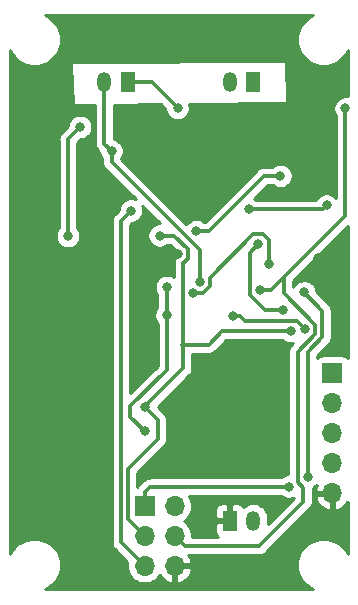
<source format=gbr>
G04 #@! TF.GenerationSoftware,KiCad,Pcbnew,(5.1.5)-3*
G04 #@! TF.CreationDate,2020-04-29T15:43:12+01:00*
G04 #@! TF.ProjectId,v4,76342e6b-6963-4616-945f-706362585858,rev?*
G04 #@! TF.SameCoordinates,Original*
G04 #@! TF.FileFunction,Copper,L2,Bot*
G04 #@! TF.FilePolarity,Positive*
%FSLAX46Y46*%
G04 Gerber Fmt 4.6, Leading zero omitted, Abs format (unit mm)*
G04 Created by KiCad (PCBNEW (5.1.5)-3) date 2020-04-29 15:43:12*
%MOMM*%
%LPD*%
G04 APERTURE LIST*
%ADD10R,1.200000X1.700000*%
%ADD11O,1.200000X1.700000*%
%ADD12R,1.700000X1.700000*%
%ADD13O,1.700000X1.700000*%
%ADD14C,0.800000*%
%ADD15C,0.300000*%
%ADD16C,0.254000*%
G04 APERTURE END LIST*
D10*
X123217600Y-54387600D03*
D11*
X121217600Y-54387600D03*
D12*
X129917600Y-78987600D03*
D13*
X129917600Y-81527600D03*
X129917600Y-84067600D03*
X129917600Y-86607600D03*
X129917600Y-89147600D03*
D12*
X114017600Y-90237600D03*
D13*
X116557600Y-90237600D03*
X114017600Y-92777600D03*
X116557600Y-92777600D03*
X114017600Y-95317600D03*
X116557600Y-95317600D03*
D10*
X121217600Y-91487600D03*
D11*
X123217600Y-91487600D03*
D10*
X112617600Y-54387600D03*
D11*
X110617600Y-54387600D03*
D14*
X119817600Y-51587600D03*
X119817600Y-49187600D03*
X112917600Y-50437610D03*
X113934889Y-50409368D03*
X111017600Y-67687600D03*
X109817600Y-67687600D03*
X105417600Y-89987600D03*
X106517600Y-89987600D03*
X110217600Y-96387600D03*
X111317600Y-96387600D03*
X125417600Y-86287600D03*
X125417600Y-87387600D03*
X128717600Y-69287600D03*
X128717600Y-70487600D03*
X121755525Y-63266240D03*
X127017600Y-63187600D03*
X109817600Y-68787600D03*
X111017600Y-68787600D03*
X103917600Y-67687600D03*
X105117600Y-67687600D03*
X113317600Y-72787600D03*
X117287772Y-65254798D03*
X114187550Y-72917650D03*
X130517634Y-74939699D03*
X112117600Y-58662600D03*
X116817600Y-68887600D03*
X111217600Y-60187600D03*
X118668648Y-71238648D03*
X116817590Y-56553279D03*
X107517600Y-67387598D03*
X108567600Y-58137600D03*
X125517600Y-62287600D03*
X127617600Y-75287600D03*
X121517604Y-74187600D03*
X115877103Y-74097241D03*
X115917600Y-71687600D03*
X118408132Y-66962306D03*
X114017600Y-83887600D03*
X124517600Y-69787600D03*
X118158746Y-72213341D03*
X122817533Y-65137590D03*
X129425452Y-64795296D03*
X123617600Y-68087600D03*
X125767610Y-73687600D03*
X112867589Y-65237589D03*
X131017600Y-56587600D03*
X123759203Y-71987611D03*
X127524287Y-72149244D03*
X126223665Y-88606799D03*
X127817600Y-87787600D03*
X126414253Y-75437610D03*
X114017596Y-81837596D03*
X115292377Y-67348877D03*
D15*
X110617600Y-59587600D02*
X111217600Y-60187600D01*
X110617600Y-54387600D02*
X110617600Y-59587600D01*
X118668648Y-68580903D02*
X118668648Y-71238648D01*
X111217600Y-61129855D02*
X118668648Y-68580903D01*
X111217600Y-60187600D02*
X111217600Y-61129855D01*
X114651911Y-54387600D02*
X116817590Y-56553279D01*
X112617600Y-54387600D02*
X114651911Y-54387600D01*
X107517600Y-59187600D02*
X108567600Y-58137600D01*
X107517600Y-67387598D02*
X107517600Y-59187600D01*
X122483287Y-74587598D02*
X122083289Y-74187600D01*
X127617600Y-75287600D02*
X126917598Y-74587598D01*
X122083289Y-74187600D02*
X121517604Y-74187600D01*
X126917598Y-74587598D02*
X122483287Y-74587598D01*
X115877103Y-74097241D02*
X115877103Y-71728097D01*
X115877103Y-71728097D02*
X115917600Y-71687600D01*
X124117600Y-62287600D02*
X119442894Y-66962306D01*
X125517600Y-62287600D02*
X124117600Y-62287600D01*
X119442894Y-66962306D02*
X118408132Y-66962306D01*
X115917600Y-78687600D02*
X115917600Y-74137738D01*
X112817600Y-81787600D02*
X115917600Y-78687600D01*
X115917600Y-74137738D02*
X115877103Y-74097241D01*
X114017600Y-83887600D02*
X112817600Y-82687600D01*
X112817600Y-82687600D02*
X112817600Y-81787600D01*
X124517600Y-69787600D02*
X124517600Y-67729596D01*
X123225604Y-67237598D02*
X119518650Y-70944552D01*
X118951959Y-72213341D02*
X118158746Y-72213341D01*
X124025602Y-67237598D02*
X123225604Y-67237598D01*
X124517600Y-67729596D02*
X124025602Y-67237598D01*
X119518650Y-70944552D02*
X119518650Y-71646650D01*
X119518650Y-71646650D02*
X118951959Y-72213341D01*
X122817533Y-65137590D02*
X129083158Y-65137590D01*
X129083158Y-65137590D02*
X129425452Y-64795296D01*
X123617600Y-68087600D02*
X122909202Y-68795998D01*
X122909202Y-72395612D02*
X124201190Y-73687600D01*
X124201190Y-73687600D02*
X125767610Y-73687600D01*
X122909202Y-68795998D02*
X122909202Y-72395612D01*
X112017588Y-66087590D02*
X112867589Y-65237589D01*
X114017600Y-95317600D02*
X112017588Y-93317588D01*
X112017588Y-93317588D02*
X112017588Y-66087590D01*
X130817610Y-65852035D02*
X125798085Y-70871560D01*
X130817600Y-65887600D02*
X131017600Y-65687600D01*
X131017600Y-65687600D02*
X131017600Y-56587600D01*
X125798085Y-70871560D02*
X124682034Y-71987611D01*
X124682034Y-71987611D02*
X123759203Y-71987611D01*
X125798085Y-72210081D02*
X128467602Y-74879598D01*
X127467602Y-88695606D02*
X127467602Y-89871118D01*
X117407599Y-93627599D02*
X116557600Y-92777600D01*
X126967598Y-77195606D02*
X126967598Y-88195602D01*
X128467602Y-74879598D02*
X128467602Y-75695602D01*
X125798085Y-70871560D02*
X125798085Y-72210081D01*
X123711121Y-93627599D02*
X117407599Y-93627599D01*
X126967598Y-88195602D02*
X127467602Y-88695606D01*
X127467602Y-89871118D02*
X123711121Y-93627599D01*
X128467602Y-75695602D02*
X126967598Y-77195606D01*
X129067613Y-73692570D02*
X129067613Y-75944134D01*
X127817600Y-77194147D02*
X127817600Y-87787600D01*
X114017600Y-89087600D02*
X114498401Y-88606799D01*
X127524287Y-72149244D02*
X129067613Y-73692570D01*
X114017600Y-90237600D02*
X114017600Y-89087600D01*
X114498401Y-88606799D02*
X126223665Y-88606799D01*
X129067613Y-75944134D02*
X127817600Y-77194147D01*
X117217600Y-76587600D02*
X119459616Y-76587600D01*
X120609606Y-75437610D02*
X126414253Y-75437610D01*
X119459616Y-76587600D02*
X120609606Y-75437610D01*
X117267601Y-78587591D02*
X114417595Y-81437597D01*
X114417595Y-81437597D02*
X114017596Y-81837596D01*
X117667601Y-68479599D02*
X117667601Y-69295601D01*
X116536879Y-67348877D02*
X117667601Y-68479599D01*
X117267601Y-69695601D02*
X117267601Y-78587591D01*
X115292377Y-67348877D02*
X116536879Y-67348877D01*
X117667601Y-69295601D02*
X117267601Y-69695601D01*
X115117600Y-82937600D02*
X114017596Y-81837596D01*
X115117600Y-84587600D02*
X115117600Y-82937600D01*
X114017600Y-92777600D02*
X112617599Y-91377599D01*
X112617599Y-87087601D02*
X115117600Y-84587600D01*
X112617599Y-91377599D02*
X112617599Y-87087601D01*
D16*
G36*
X128108931Y-48756969D02*
G01*
X127742871Y-49001562D01*
X127431562Y-49312871D01*
X127186969Y-49678931D01*
X127018490Y-50085675D01*
X126932600Y-50517472D01*
X126932600Y-50957728D01*
X127018490Y-51389525D01*
X127186969Y-51796269D01*
X127431562Y-52162329D01*
X127742871Y-52473638D01*
X128108931Y-52718231D01*
X128515675Y-52886710D01*
X128947472Y-52972600D01*
X129387728Y-52972600D01*
X129819525Y-52886710D01*
X130226269Y-52718231D01*
X130592329Y-52473638D01*
X130903638Y-52162329D01*
X131148231Y-51796269D01*
X131207600Y-51652940D01*
X131207600Y-55570116D01*
X131119539Y-55552600D01*
X130915661Y-55552600D01*
X130715702Y-55592374D01*
X130527344Y-55670395D01*
X130357826Y-55783663D01*
X130213663Y-55927826D01*
X130100395Y-56097344D01*
X130022374Y-56285702D01*
X129982600Y-56485661D01*
X129982600Y-56689539D01*
X130022374Y-56889498D01*
X130100395Y-57077856D01*
X130213663Y-57247374D01*
X130232601Y-57266312D01*
X130232600Y-64140328D01*
X130229389Y-64135522D01*
X130085226Y-63991359D01*
X129915708Y-63878091D01*
X129727350Y-63800070D01*
X129527391Y-63760296D01*
X129323513Y-63760296D01*
X129123554Y-63800070D01*
X128935196Y-63878091D01*
X128765678Y-63991359D01*
X128621515Y-64135522D01*
X128508247Y-64305040D01*
X128488551Y-64352590D01*
X123496244Y-64352590D01*
X123477307Y-64333653D01*
X123307789Y-64220385D01*
X123298726Y-64216631D01*
X124442757Y-63072600D01*
X124838889Y-63072600D01*
X124857826Y-63091537D01*
X125027344Y-63204805D01*
X125215702Y-63282826D01*
X125415661Y-63322600D01*
X125619539Y-63322600D01*
X125819498Y-63282826D01*
X126007856Y-63204805D01*
X126177374Y-63091537D01*
X126321537Y-62947374D01*
X126434805Y-62777856D01*
X126512826Y-62589498D01*
X126552600Y-62389539D01*
X126552600Y-62185661D01*
X126512826Y-61985702D01*
X126434805Y-61797344D01*
X126321537Y-61627826D01*
X126177374Y-61483663D01*
X126007856Y-61370395D01*
X125819498Y-61292374D01*
X125619539Y-61252600D01*
X125415661Y-61252600D01*
X125215702Y-61292374D01*
X125027344Y-61370395D01*
X124857826Y-61483663D01*
X124838889Y-61502600D01*
X124156156Y-61502600D01*
X124117600Y-61498803D01*
X124079044Y-61502600D01*
X124079039Y-61502600D01*
X124038626Y-61506580D01*
X123963713Y-61513958D01*
X123815740Y-61558846D01*
X123679367Y-61631738D01*
X123559836Y-61729836D01*
X123535253Y-61759790D01*
X119117737Y-66177306D01*
X119086843Y-66177306D01*
X119067906Y-66158369D01*
X118898388Y-66045101D01*
X118710030Y-65967080D01*
X118510071Y-65927306D01*
X118306193Y-65927306D01*
X118106234Y-65967080D01*
X117917876Y-66045101D01*
X117748358Y-66158369D01*
X117604195Y-66302532D01*
X117562635Y-66364732D01*
X112031046Y-60833143D01*
X112134805Y-60677856D01*
X112212826Y-60489498D01*
X112252600Y-60289539D01*
X112252600Y-60085661D01*
X112212826Y-59885702D01*
X112134805Y-59697344D01*
X112021537Y-59527826D01*
X111877374Y-59383663D01*
X111707856Y-59270395D01*
X111519498Y-59192374D01*
X111402600Y-59169122D01*
X111402600Y-56257110D01*
X115372291Y-56218137D01*
X115782590Y-56628436D01*
X115782590Y-56655218D01*
X115822364Y-56855177D01*
X115900385Y-57043535D01*
X116013653Y-57213053D01*
X116157816Y-57357216D01*
X116327334Y-57470484D01*
X116515692Y-57548505D01*
X116715651Y-57588279D01*
X116919529Y-57588279D01*
X117119488Y-57548505D01*
X117307846Y-57470484D01*
X117477364Y-57357216D01*
X117621527Y-57213053D01*
X117734795Y-57043535D01*
X117812816Y-56855177D01*
X117852590Y-56655218D01*
X117852590Y-56451340D01*
X117812816Y-56251381D01*
X117789217Y-56194408D01*
X125918847Y-56114594D01*
X125944261Y-56111770D01*
X125967973Y-56104183D01*
X125989749Y-56092116D01*
X126008753Y-56076032D01*
X126024253Y-56056550D01*
X126035656Y-56034418D01*
X126042521Y-56010487D01*
X126044585Y-55985676D01*
X125994585Y-52685676D01*
X125991984Y-52661956D01*
X125984591Y-52638182D01*
X125972702Y-52616308D01*
X125956774Y-52597173D01*
X125937419Y-52581514D01*
X125915381Y-52569931D01*
X125891507Y-52562871D01*
X125866714Y-52560603D01*
X107941714Y-52685603D01*
X107912277Y-52689273D01*
X107888799Y-52697559D01*
X107867390Y-52710265D01*
X107848870Y-52726904D01*
X107833953Y-52746837D01*
X107823211Y-52769296D01*
X107817057Y-52793420D01*
X107815727Y-52818281D01*
X107965727Y-56168281D01*
X107968290Y-56188598D01*
X107975750Y-56212350D01*
X107987701Y-56234191D01*
X108003683Y-56253280D01*
X108023083Y-56268884D01*
X108045153Y-56280404D01*
X108069048Y-56287397D01*
X108093847Y-56289594D01*
X109832600Y-56272523D01*
X109832601Y-59549037D01*
X109828803Y-59587600D01*
X109843959Y-59741486D01*
X109888846Y-59889459D01*
X109888847Y-59889460D01*
X109961739Y-60025833D01*
X110002290Y-60075244D01*
X110035255Y-60115412D01*
X110035259Y-60115416D01*
X110059837Y-60145364D01*
X110089785Y-60169942D01*
X110182600Y-60262757D01*
X110182600Y-60289539D01*
X110222374Y-60489498D01*
X110300395Y-60677856D01*
X110413663Y-60847374D01*
X110432601Y-60866312D01*
X110432601Y-61091293D01*
X110428803Y-61129855D01*
X110443959Y-61283741D01*
X110488846Y-61431714D01*
X110488847Y-61431715D01*
X110561739Y-61568088D01*
X110602290Y-61617499D01*
X110635255Y-61657667D01*
X110635259Y-61657671D01*
X110659837Y-61687619D01*
X110689785Y-61712197D01*
X113255634Y-64278047D01*
X113169487Y-64242363D01*
X112969528Y-64202589D01*
X112765650Y-64202589D01*
X112565691Y-64242363D01*
X112377333Y-64320384D01*
X112207815Y-64433652D01*
X112063652Y-64577815D01*
X111950384Y-64747333D01*
X111872363Y-64935691D01*
X111832589Y-65135650D01*
X111832589Y-65162432D01*
X111489773Y-65505248D01*
X111459825Y-65529826D01*
X111435247Y-65559774D01*
X111435243Y-65559778D01*
X111413936Y-65585741D01*
X111361727Y-65649357D01*
X111327976Y-65712501D01*
X111288834Y-65785731D01*
X111243947Y-65933704D01*
X111228791Y-66087590D01*
X111232589Y-66126153D01*
X111232588Y-93279035D01*
X111228791Y-93317588D01*
X111232588Y-93356141D01*
X111232588Y-93356148D01*
X111243947Y-93471474D01*
X111288834Y-93619447D01*
X111361726Y-93755820D01*
X111459824Y-93875352D01*
X111489778Y-93899935D01*
X112570525Y-94980682D01*
X112532600Y-95171340D01*
X112532600Y-95463860D01*
X112589668Y-95750758D01*
X112701610Y-96021011D01*
X112864125Y-96264232D01*
X113070968Y-96471075D01*
X113314189Y-96633590D01*
X113584442Y-96745532D01*
X113871340Y-96802600D01*
X114163860Y-96802600D01*
X114450758Y-96745532D01*
X114721011Y-96633590D01*
X114964232Y-96471075D01*
X115171075Y-96264232D01*
X115288700Y-96088194D01*
X115460012Y-96317869D01*
X115676245Y-96512778D01*
X115926348Y-96661757D01*
X116200709Y-96759081D01*
X116430600Y-96638414D01*
X116430600Y-95444600D01*
X116684600Y-95444600D01*
X116684600Y-96638414D01*
X116914491Y-96759081D01*
X117188852Y-96661757D01*
X117438955Y-96512778D01*
X117655188Y-96317869D01*
X117829241Y-96084520D01*
X117954425Y-95821699D01*
X117999076Y-95674490D01*
X117877755Y-95444600D01*
X116684600Y-95444600D01*
X116430600Y-95444600D01*
X116410600Y-95444600D01*
X116410600Y-95190600D01*
X116430600Y-95190600D01*
X116430600Y-95170600D01*
X116684600Y-95170600D01*
X116684600Y-95190600D01*
X117877755Y-95190600D01*
X117999076Y-94960710D01*
X117954425Y-94813501D01*
X117829241Y-94550680D01*
X117726248Y-94412599D01*
X123672568Y-94412599D01*
X123711121Y-94416396D01*
X123749674Y-94412599D01*
X123749682Y-94412599D01*
X123865008Y-94401240D01*
X124012981Y-94356353D01*
X124149354Y-94283461D01*
X124268885Y-94185363D01*
X124293468Y-94155409D01*
X127995418Y-90453460D01*
X128025366Y-90428882D01*
X128054470Y-90393420D01*
X128081816Y-90360098D01*
X128123464Y-90309351D01*
X128196356Y-90172978D01*
X128241243Y-90025005D01*
X128252602Y-89909679D01*
X128252602Y-89909672D01*
X128256399Y-89871119D01*
X128252602Y-89832566D01*
X128252602Y-89504490D01*
X128476124Y-89504490D01*
X128520775Y-89651699D01*
X128645959Y-89914520D01*
X128820012Y-90147869D01*
X129036245Y-90342778D01*
X129286348Y-90491757D01*
X129560709Y-90589081D01*
X129790600Y-90468414D01*
X129790600Y-89274600D01*
X128597445Y-89274600D01*
X128476124Y-89504490D01*
X128252602Y-89504490D01*
X128252602Y-88734158D01*
X128253266Y-88727417D01*
X128307856Y-88704805D01*
X128477374Y-88591537D01*
X128607512Y-88461399D01*
X128520775Y-88643501D01*
X128476124Y-88790710D01*
X128597445Y-89020600D01*
X129790600Y-89020600D01*
X129790600Y-89000600D01*
X130044600Y-89000600D01*
X130044600Y-89020600D01*
X130064600Y-89020600D01*
X130064600Y-89274600D01*
X130044600Y-89274600D01*
X130044600Y-90468414D01*
X130274491Y-90589081D01*
X130548852Y-90491757D01*
X130798955Y-90342778D01*
X131015188Y-90147869D01*
X131189241Y-89914520D01*
X131207601Y-89875974D01*
X131207601Y-94322263D01*
X131148231Y-94178931D01*
X130903638Y-93812871D01*
X130592329Y-93501562D01*
X130226269Y-93256969D01*
X129819525Y-93088490D01*
X129387728Y-93002600D01*
X128947472Y-93002600D01*
X128515675Y-93088490D01*
X128108931Y-93256969D01*
X127742871Y-93501562D01*
X127431562Y-93812871D01*
X127186969Y-94178931D01*
X127018490Y-94585675D01*
X126932600Y-95017472D01*
X126932600Y-95457728D01*
X127018490Y-95889525D01*
X127186969Y-96296269D01*
X127431562Y-96662329D01*
X127742871Y-96973638D01*
X128108931Y-97218231D01*
X128252260Y-97277600D01*
X105582940Y-97277600D01*
X105726269Y-97218231D01*
X106092329Y-96973638D01*
X106403638Y-96662329D01*
X106648231Y-96296269D01*
X106816710Y-95889525D01*
X106902600Y-95457728D01*
X106902600Y-95017472D01*
X106816710Y-94585675D01*
X106648231Y-94178931D01*
X106403638Y-93812871D01*
X106092329Y-93501562D01*
X105726269Y-93256969D01*
X105319525Y-93088490D01*
X104887728Y-93002600D01*
X104447472Y-93002600D01*
X104015675Y-93088490D01*
X103608931Y-93256969D01*
X103242871Y-93501562D01*
X102931562Y-93812871D01*
X102686969Y-94178931D01*
X102627600Y-94322260D01*
X102627600Y-67285659D01*
X106482600Y-67285659D01*
X106482600Y-67489537D01*
X106522374Y-67689496D01*
X106600395Y-67877854D01*
X106713663Y-68047372D01*
X106857826Y-68191535D01*
X107027344Y-68304803D01*
X107215702Y-68382824D01*
X107415661Y-68422598D01*
X107619539Y-68422598D01*
X107819498Y-68382824D01*
X108007856Y-68304803D01*
X108177374Y-68191535D01*
X108321537Y-68047372D01*
X108434805Y-67877854D01*
X108512826Y-67689496D01*
X108552600Y-67489537D01*
X108552600Y-67285659D01*
X108512826Y-67085700D01*
X108434805Y-66897342D01*
X108321537Y-66727824D01*
X108302600Y-66708887D01*
X108302600Y-59512757D01*
X108642758Y-59172600D01*
X108669539Y-59172600D01*
X108869498Y-59132826D01*
X109057856Y-59054805D01*
X109227374Y-58941537D01*
X109371537Y-58797374D01*
X109484805Y-58627856D01*
X109562826Y-58439498D01*
X109602600Y-58239539D01*
X109602600Y-58035661D01*
X109562826Y-57835702D01*
X109484805Y-57647344D01*
X109371537Y-57477826D01*
X109227374Y-57333663D01*
X109057856Y-57220395D01*
X108869498Y-57142374D01*
X108669539Y-57102600D01*
X108465661Y-57102600D01*
X108265702Y-57142374D01*
X108077344Y-57220395D01*
X107907826Y-57333663D01*
X107763663Y-57477826D01*
X107650395Y-57647344D01*
X107572374Y-57835702D01*
X107532600Y-58035661D01*
X107532600Y-58062442D01*
X106989785Y-58605258D01*
X106959837Y-58629836D01*
X106935259Y-58659784D01*
X106935255Y-58659788D01*
X106930639Y-58665413D01*
X106861739Y-58749367D01*
X106836079Y-58797374D01*
X106788846Y-58885741D01*
X106743959Y-59033714D01*
X106728803Y-59187600D01*
X106732601Y-59226163D01*
X106732600Y-66708887D01*
X106713663Y-66727824D01*
X106600395Y-66897342D01*
X106522374Y-67085700D01*
X106482600Y-67285659D01*
X102627600Y-67285659D01*
X102627600Y-51652940D01*
X102686969Y-51796269D01*
X102931562Y-52162329D01*
X103242871Y-52473638D01*
X103608931Y-52718231D01*
X104015675Y-52886710D01*
X104447472Y-52972600D01*
X104887728Y-52972600D01*
X105319525Y-52886710D01*
X105726269Y-52718231D01*
X106092329Y-52473638D01*
X106403638Y-52162329D01*
X106648231Y-51796269D01*
X106816710Y-51389525D01*
X106902600Y-50957728D01*
X106902600Y-50517472D01*
X106816710Y-50085675D01*
X106648231Y-49678931D01*
X106403638Y-49312871D01*
X106092329Y-49001562D01*
X105726269Y-48756969D01*
X105582940Y-48697600D01*
X128252260Y-48697600D01*
X128108931Y-48756969D01*
G37*
X128108931Y-48756969D02*
X127742871Y-49001562D01*
X127431562Y-49312871D01*
X127186969Y-49678931D01*
X127018490Y-50085675D01*
X126932600Y-50517472D01*
X126932600Y-50957728D01*
X127018490Y-51389525D01*
X127186969Y-51796269D01*
X127431562Y-52162329D01*
X127742871Y-52473638D01*
X128108931Y-52718231D01*
X128515675Y-52886710D01*
X128947472Y-52972600D01*
X129387728Y-52972600D01*
X129819525Y-52886710D01*
X130226269Y-52718231D01*
X130592329Y-52473638D01*
X130903638Y-52162329D01*
X131148231Y-51796269D01*
X131207600Y-51652940D01*
X131207600Y-55570116D01*
X131119539Y-55552600D01*
X130915661Y-55552600D01*
X130715702Y-55592374D01*
X130527344Y-55670395D01*
X130357826Y-55783663D01*
X130213663Y-55927826D01*
X130100395Y-56097344D01*
X130022374Y-56285702D01*
X129982600Y-56485661D01*
X129982600Y-56689539D01*
X130022374Y-56889498D01*
X130100395Y-57077856D01*
X130213663Y-57247374D01*
X130232601Y-57266312D01*
X130232600Y-64140328D01*
X130229389Y-64135522D01*
X130085226Y-63991359D01*
X129915708Y-63878091D01*
X129727350Y-63800070D01*
X129527391Y-63760296D01*
X129323513Y-63760296D01*
X129123554Y-63800070D01*
X128935196Y-63878091D01*
X128765678Y-63991359D01*
X128621515Y-64135522D01*
X128508247Y-64305040D01*
X128488551Y-64352590D01*
X123496244Y-64352590D01*
X123477307Y-64333653D01*
X123307789Y-64220385D01*
X123298726Y-64216631D01*
X124442757Y-63072600D01*
X124838889Y-63072600D01*
X124857826Y-63091537D01*
X125027344Y-63204805D01*
X125215702Y-63282826D01*
X125415661Y-63322600D01*
X125619539Y-63322600D01*
X125819498Y-63282826D01*
X126007856Y-63204805D01*
X126177374Y-63091537D01*
X126321537Y-62947374D01*
X126434805Y-62777856D01*
X126512826Y-62589498D01*
X126552600Y-62389539D01*
X126552600Y-62185661D01*
X126512826Y-61985702D01*
X126434805Y-61797344D01*
X126321537Y-61627826D01*
X126177374Y-61483663D01*
X126007856Y-61370395D01*
X125819498Y-61292374D01*
X125619539Y-61252600D01*
X125415661Y-61252600D01*
X125215702Y-61292374D01*
X125027344Y-61370395D01*
X124857826Y-61483663D01*
X124838889Y-61502600D01*
X124156156Y-61502600D01*
X124117600Y-61498803D01*
X124079044Y-61502600D01*
X124079039Y-61502600D01*
X124038626Y-61506580D01*
X123963713Y-61513958D01*
X123815740Y-61558846D01*
X123679367Y-61631738D01*
X123559836Y-61729836D01*
X123535253Y-61759790D01*
X119117737Y-66177306D01*
X119086843Y-66177306D01*
X119067906Y-66158369D01*
X118898388Y-66045101D01*
X118710030Y-65967080D01*
X118510071Y-65927306D01*
X118306193Y-65927306D01*
X118106234Y-65967080D01*
X117917876Y-66045101D01*
X117748358Y-66158369D01*
X117604195Y-66302532D01*
X117562635Y-66364732D01*
X112031046Y-60833143D01*
X112134805Y-60677856D01*
X112212826Y-60489498D01*
X112252600Y-60289539D01*
X112252600Y-60085661D01*
X112212826Y-59885702D01*
X112134805Y-59697344D01*
X112021537Y-59527826D01*
X111877374Y-59383663D01*
X111707856Y-59270395D01*
X111519498Y-59192374D01*
X111402600Y-59169122D01*
X111402600Y-56257110D01*
X115372291Y-56218137D01*
X115782590Y-56628436D01*
X115782590Y-56655218D01*
X115822364Y-56855177D01*
X115900385Y-57043535D01*
X116013653Y-57213053D01*
X116157816Y-57357216D01*
X116327334Y-57470484D01*
X116515692Y-57548505D01*
X116715651Y-57588279D01*
X116919529Y-57588279D01*
X117119488Y-57548505D01*
X117307846Y-57470484D01*
X117477364Y-57357216D01*
X117621527Y-57213053D01*
X117734795Y-57043535D01*
X117812816Y-56855177D01*
X117852590Y-56655218D01*
X117852590Y-56451340D01*
X117812816Y-56251381D01*
X117789217Y-56194408D01*
X125918847Y-56114594D01*
X125944261Y-56111770D01*
X125967973Y-56104183D01*
X125989749Y-56092116D01*
X126008753Y-56076032D01*
X126024253Y-56056550D01*
X126035656Y-56034418D01*
X126042521Y-56010487D01*
X126044585Y-55985676D01*
X125994585Y-52685676D01*
X125991984Y-52661956D01*
X125984591Y-52638182D01*
X125972702Y-52616308D01*
X125956774Y-52597173D01*
X125937419Y-52581514D01*
X125915381Y-52569931D01*
X125891507Y-52562871D01*
X125866714Y-52560603D01*
X107941714Y-52685603D01*
X107912277Y-52689273D01*
X107888799Y-52697559D01*
X107867390Y-52710265D01*
X107848870Y-52726904D01*
X107833953Y-52746837D01*
X107823211Y-52769296D01*
X107817057Y-52793420D01*
X107815727Y-52818281D01*
X107965727Y-56168281D01*
X107968290Y-56188598D01*
X107975750Y-56212350D01*
X107987701Y-56234191D01*
X108003683Y-56253280D01*
X108023083Y-56268884D01*
X108045153Y-56280404D01*
X108069048Y-56287397D01*
X108093847Y-56289594D01*
X109832600Y-56272523D01*
X109832601Y-59549037D01*
X109828803Y-59587600D01*
X109843959Y-59741486D01*
X109888846Y-59889459D01*
X109888847Y-59889460D01*
X109961739Y-60025833D01*
X110002290Y-60075244D01*
X110035255Y-60115412D01*
X110035259Y-60115416D01*
X110059837Y-60145364D01*
X110089785Y-60169942D01*
X110182600Y-60262757D01*
X110182600Y-60289539D01*
X110222374Y-60489498D01*
X110300395Y-60677856D01*
X110413663Y-60847374D01*
X110432601Y-60866312D01*
X110432601Y-61091293D01*
X110428803Y-61129855D01*
X110443959Y-61283741D01*
X110488846Y-61431714D01*
X110488847Y-61431715D01*
X110561739Y-61568088D01*
X110602290Y-61617499D01*
X110635255Y-61657667D01*
X110635259Y-61657671D01*
X110659837Y-61687619D01*
X110689785Y-61712197D01*
X113255634Y-64278047D01*
X113169487Y-64242363D01*
X112969528Y-64202589D01*
X112765650Y-64202589D01*
X112565691Y-64242363D01*
X112377333Y-64320384D01*
X112207815Y-64433652D01*
X112063652Y-64577815D01*
X111950384Y-64747333D01*
X111872363Y-64935691D01*
X111832589Y-65135650D01*
X111832589Y-65162432D01*
X111489773Y-65505248D01*
X111459825Y-65529826D01*
X111435247Y-65559774D01*
X111435243Y-65559778D01*
X111413936Y-65585741D01*
X111361727Y-65649357D01*
X111327976Y-65712501D01*
X111288834Y-65785731D01*
X111243947Y-65933704D01*
X111228791Y-66087590D01*
X111232589Y-66126153D01*
X111232588Y-93279035D01*
X111228791Y-93317588D01*
X111232588Y-93356141D01*
X111232588Y-93356148D01*
X111243947Y-93471474D01*
X111288834Y-93619447D01*
X111361726Y-93755820D01*
X111459824Y-93875352D01*
X111489778Y-93899935D01*
X112570525Y-94980682D01*
X112532600Y-95171340D01*
X112532600Y-95463860D01*
X112589668Y-95750758D01*
X112701610Y-96021011D01*
X112864125Y-96264232D01*
X113070968Y-96471075D01*
X113314189Y-96633590D01*
X113584442Y-96745532D01*
X113871340Y-96802600D01*
X114163860Y-96802600D01*
X114450758Y-96745532D01*
X114721011Y-96633590D01*
X114964232Y-96471075D01*
X115171075Y-96264232D01*
X115288700Y-96088194D01*
X115460012Y-96317869D01*
X115676245Y-96512778D01*
X115926348Y-96661757D01*
X116200709Y-96759081D01*
X116430600Y-96638414D01*
X116430600Y-95444600D01*
X116684600Y-95444600D01*
X116684600Y-96638414D01*
X116914491Y-96759081D01*
X117188852Y-96661757D01*
X117438955Y-96512778D01*
X117655188Y-96317869D01*
X117829241Y-96084520D01*
X117954425Y-95821699D01*
X117999076Y-95674490D01*
X117877755Y-95444600D01*
X116684600Y-95444600D01*
X116430600Y-95444600D01*
X116410600Y-95444600D01*
X116410600Y-95190600D01*
X116430600Y-95190600D01*
X116430600Y-95170600D01*
X116684600Y-95170600D01*
X116684600Y-95190600D01*
X117877755Y-95190600D01*
X117999076Y-94960710D01*
X117954425Y-94813501D01*
X117829241Y-94550680D01*
X117726248Y-94412599D01*
X123672568Y-94412599D01*
X123711121Y-94416396D01*
X123749674Y-94412599D01*
X123749682Y-94412599D01*
X123865008Y-94401240D01*
X124012981Y-94356353D01*
X124149354Y-94283461D01*
X124268885Y-94185363D01*
X124293468Y-94155409D01*
X127995418Y-90453460D01*
X128025366Y-90428882D01*
X128054470Y-90393420D01*
X128081816Y-90360098D01*
X128123464Y-90309351D01*
X128196356Y-90172978D01*
X128241243Y-90025005D01*
X128252602Y-89909679D01*
X128252602Y-89909672D01*
X128256399Y-89871119D01*
X128252602Y-89832566D01*
X128252602Y-89504490D01*
X128476124Y-89504490D01*
X128520775Y-89651699D01*
X128645959Y-89914520D01*
X128820012Y-90147869D01*
X129036245Y-90342778D01*
X129286348Y-90491757D01*
X129560709Y-90589081D01*
X129790600Y-90468414D01*
X129790600Y-89274600D01*
X128597445Y-89274600D01*
X128476124Y-89504490D01*
X128252602Y-89504490D01*
X128252602Y-88734158D01*
X128253266Y-88727417D01*
X128307856Y-88704805D01*
X128477374Y-88591537D01*
X128607512Y-88461399D01*
X128520775Y-88643501D01*
X128476124Y-88790710D01*
X128597445Y-89020600D01*
X129790600Y-89020600D01*
X129790600Y-89000600D01*
X130044600Y-89000600D01*
X130044600Y-89020600D01*
X130064600Y-89020600D01*
X130064600Y-89274600D01*
X130044600Y-89274600D01*
X130044600Y-90468414D01*
X130274491Y-90589081D01*
X130548852Y-90491757D01*
X130798955Y-90342778D01*
X131015188Y-90147869D01*
X131189241Y-89914520D01*
X131207601Y-89875974D01*
X131207601Y-94322263D01*
X131148231Y-94178931D01*
X130903638Y-93812871D01*
X130592329Y-93501562D01*
X130226269Y-93256969D01*
X129819525Y-93088490D01*
X129387728Y-93002600D01*
X128947472Y-93002600D01*
X128515675Y-93088490D01*
X128108931Y-93256969D01*
X127742871Y-93501562D01*
X127431562Y-93812871D01*
X127186969Y-94178931D01*
X127018490Y-94585675D01*
X126932600Y-95017472D01*
X126932600Y-95457728D01*
X127018490Y-95889525D01*
X127186969Y-96296269D01*
X127431562Y-96662329D01*
X127742871Y-96973638D01*
X128108931Y-97218231D01*
X128252260Y-97277600D01*
X105582940Y-97277600D01*
X105726269Y-97218231D01*
X106092329Y-96973638D01*
X106403638Y-96662329D01*
X106648231Y-96296269D01*
X106816710Y-95889525D01*
X106902600Y-95457728D01*
X106902600Y-95017472D01*
X106816710Y-94585675D01*
X106648231Y-94178931D01*
X106403638Y-93812871D01*
X106092329Y-93501562D01*
X105726269Y-93256969D01*
X105319525Y-93088490D01*
X104887728Y-93002600D01*
X104447472Y-93002600D01*
X104015675Y-93088490D01*
X103608931Y-93256969D01*
X103242871Y-93501562D01*
X102931562Y-93812871D01*
X102686969Y-94178931D01*
X102627600Y-94322260D01*
X102627600Y-67285659D01*
X106482600Y-67285659D01*
X106482600Y-67489537D01*
X106522374Y-67689496D01*
X106600395Y-67877854D01*
X106713663Y-68047372D01*
X106857826Y-68191535D01*
X107027344Y-68304803D01*
X107215702Y-68382824D01*
X107415661Y-68422598D01*
X107619539Y-68422598D01*
X107819498Y-68382824D01*
X108007856Y-68304803D01*
X108177374Y-68191535D01*
X108321537Y-68047372D01*
X108434805Y-67877854D01*
X108512826Y-67689496D01*
X108552600Y-67489537D01*
X108552600Y-67285659D01*
X108512826Y-67085700D01*
X108434805Y-66897342D01*
X108321537Y-66727824D01*
X108302600Y-66708887D01*
X108302600Y-59512757D01*
X108642758Y-59172600D01*
X108669539Y-59172600D01*
X108869498Y-59132826D01*
X109057856Y-59054805D01*
X109227374Y-58941537D01*
X109371537Y-58797374D01*
X109484805Y-58627856D01*
X109562826Y-58439498D01*
X109602600Y-58239539D01*
X109602600Y-58035661D01*
X109562826Y-57835702D01*
X109484805Y-57647344D01*
X109371537Y-57477826D01*
X109227374Y-57333663D01*
X109057856Y-57220395D01*
X108869498Y-57142374D01*
X108669539Y-57102600D01*
X108465661Y-57102600D01*
X108265702Y-57142374D01*
X108077344Y-57220395D01*
X107907826Y-57333663D01*
X107763663Y-57477826D01*
X107650395Y-57647344D01*
X107572374Y-57835702D01*
X107532600Y-58035661D01*
X107532600Y-58062442D01*
X106989785Y-58605258D01*
X106959837Y-58629836D01*
X106935259Y-58659784D01*
X106935255Y-58659788D01*
X106930639Y-58665413D01*
X106861739Y-58749367D01*
X106836079Y-58797374D01*
X106788846Y-58885741D01*
X106743959Y-59033714D01*
X106728803Y-59187600D01*
X106732601Y-59226163D01*
X106732600Y-66708887D01*
X106713663Y-66727824D01*
X106600395Y-66897342D01*
X106522374Y-67085700D01*
X106482600Y-67285659D01*
X102627600Y-67285659D01*
X102627600Y-51652940D01*
X102686969Y-51796269D01*
X102931562Y-52162329D01*
X103242871Y-52473638D01*
X103608931Y-52718231D01*
X104015675Y-52886710D01*
X104447472Y-52972600D01*
X104887728Y-52972600D01*
X105319525Y-52886710D01*
X105726269Y-52718231D01*
X106092329Y-52473638D01*
X106403638Y-52162329D01*
X106648231Y-51796269D01*
X106816710Y-51389525D01*
X106902600Y-50957728D01*
X106902600Y-50517472D01*
X106816710Y-50085675D01*
X106648231Y-49678931D01*
X106403638Y-49312871D01*
X106092329Y-49001562D01*
X105726269Y-48756969D01*
X105582940Y-48697600D01*
X128252260Y-48697600D01*
X128108931Y-48756969D01*
G36*
X125563891Y-89410736D02*
G01*
X125733409Y-89524004D01*
X125921767Y-89602025D01*
X126121726Y-89641799D01*
X126325604Y-89641799D01*
X126525563Y-89602025D01*
X126682603Y-89536977D01*
X126682603Y-89545959D01*
X124452600Y-91775963D01*
X124452600Y-91176935D01*
X124434730Y-90995498D01*
X124364111Y-90762699D01*
X124249433Y-90548151D01*
X124095102Y-90360098D01*
X123907048Y-90205767D01*
X123692500Y-90091089D01*
X123459701Y-90020470D01*
X123217600Y-89996625D01*
X122975498Y-90020470D01*
X122742699Y-90091089D01*
X122528151Y-90205767D01*
X122374291Y-90332036D01*
X122348137Y-90283106D01*
X122268785Y-90186415D01*
X122172094Y-90107063D01*
X122061780Y-90048098D01*
X121942082Y-90011788D01*
X121817600Y-89999528D01*
X121503350Y-90002600D01*
X121344600Y-90161350D01*
X121344600Y-91360600D01*
X121364600Y-91360600D01*
X121364600Y-91614600D01*
X121344600Y-91614600D01*
X121344600Y-91634600D01*
X121090600Y-91634600D01*
X121090600Y-91614600D01*
X120141350Y-91614600D01*
X119982600Y-91773350D01*
X119979528Y-92337600D01*
X119991788Y-92462082D01*
X120028098Y-92581780D01*
X120087063Y-92692094D01*
X120166415Y-92788785D01*
X120231988Y-92842599D01*
X118042600Y-92842599D01*
X118042600Y-92631340D01*
X117985532Y-92344442D01*
X117873590Y-92074189D01*
X117711075Y-91830968D01*
X117504232Y-91624125D01*
X117329840Y-91507600D01*
X117504232Y-91391075D01*
X117711075Y-91184232D01*
X117873590Y-90941011D01*
X117985532Y-90670758D01*
X117992127Y-90637600D01*
X119979528Y-90637600D01*
X119982600Y-91201850D01*
X120141350Y-91360600D01*
X121090600Y-91360600D01*
X121090600Y-90161350D01*
X120931850Y-90002600D01*
X120617600Y-89999528D01*
X120493118Y-90011788D01*
X120373420Y-90048098D01*
X120263106Y-90107063D01*
X120166415Y-90186415D01*
X120087063Y-90283106D01*
X120028098Y-90393420D01*
X119991788Y-90513118D01*
X119979528Y-90637600D01*
X117992127Y-90637600D01*
X118042600Y-90383860D01*
X118042600Y-90091340D01*
X117985532Y-89804442D01*
X117873590Y-89534189D01*
X117778448Y-89391799D01*
X125544954Y-89391799D01*
X125563891Y-89410736D01*
G37*
X125563891Y-89410736D02*
X125733409Y-89524004D01*
X125921767Y-89602025D01*
X126121726Y-89641799D01*
X126325604Y-89641799D01*
X126525563Y-89602025D01*
X126682603Y-89536977D01*
X126682603Y-89545959D01*
X124452600Y-91775963D01*
X124452600Y-91176935D01*
X124434730Y-90995498D01*
X124364111Y-90762699D01*
X124249433Y-90548151D01*
X124095102Y-90360098D01*
X123907048Y-90205767D01*
X123692500Y-90091089D01*
X123459701Y-90020470D01*
X123217600Y-89996625D01*
X122975498Y-90020470D01*
X122742699Y-90091089D01*
X122528151Y-90205767D01*
X122374291Y-90332036D01*
X122348137Y-90283106D01*
X122268785Y-90186415D01*
X122172094Y-90107063D01*
X122061780Y-90048098D01*
X121942082Y-90011788D01*
X121817600Y-89999528D01*
X121503350Y-90002600D01*
X121344600Y-90161350D01*
X121344600Y-91360600D01*
X121364600Y-91360600D01*
X121364600Y-91614600D01*
X121344600Y-91614600D01*
X121344600Y-91634600D01*
X121090600Y-91634600D01*
X121090600Y-91614600D01*
X120141350Y-91614600D01*
X119982600Y-91773350D01*
X119979528Y-92337600D01*
X119991788Y-92462082D01*
X120028098Y-92581780D01*
X120087063Y-92692094D01*
X120166415Y-92788785D01*
X120231988Y-92842599D01*
X118042600Y-92842599D01*
X118042600Y-92631340D01*
X117985532Y-92344442D01*
X117873590Y-92074189D01*
X117711075Y-91830968D01*
X117504232Y-91624125D01*
X117329840Y-91507600D01*
X117504232Y-91391075D01*
X117711075Y-91184232D01*
X117873590Y-90941011D01*
X117985532Y-90670758D01*
X117992127Y-90637600D01*
X119979528Y-90637600D01*
X119982600Y-91201850D01*
X120141350Y-91360600D01*
X121090600Y-91360600D01*
X121090600Y-90161350D01*
X120931850Y-90002600D01*
X120617600Y-89999528D01*
X120493118Y-90011788D01*
X120373420Y-90048098D01*
X120263106Y-90107063D01*
X120166415Y-90186415D01*
X120087063Y-90283106D01*
X120028098Y-90393420D01*
X119991788Y-90513118D01*
X119979528Y-90637600D01*
X117992127Y-90637600D01*
X118042600Y-90383860D01*
X118042600Y-90091340D01*
X117985532Y-89804442D01*
X117873590Y-89534189D01*
X117778448Y-89391799D01*
X125544954Y-89391799D01*
X125563891Y-89410736D01*
G36*
X125754479Y-76241547D02*
G01*
X125923997Y-76354815D01*
X126112355Y-76432836D01*
X126312314Y-76472610D01*
X126516192Y-76472610D01*
X126596389Y-76456658D01*
X126439788Y-76613259D01*
X126409834Y-76637842D01*
X126311736Y-76757374D01*
X126238844Y-76893747D01*
X126193957Y-77041720D01*
X126182598Y-77157046D01*
X126182598Y-77157053D01*
X126178801Y-77195606D01*
X126182598Y-77234159D01*
X126182599Y-87571799D01*
X126121726Y-87571799D01*
X125921767Y-87611573D01*
X125733409Y-87689594D01*
X125563891Y-87802862D01*
X125544954Y-87821799D01*
X114536953Y-87821799D01*
X114498400Y-87818002D01*
X114459847Y-87821799D01*
X114459840Y-87821799D01*
X114358891Y-87831742D01*
X114344513Y-87833158D01*
X114310073Y-87843605D01*
X114196541Y-87878045D01*
X114060168Y-87950937D01*
X113940637Y-88049035D01*
X113916054Y-88078989D01*
X113489785Y-88505258D01*
X113459837Y-88529836D01*
X113435259Y-88559784D01*
X113435255Y-88559788D01*
X113402599Y-88599580D01*
X113402599Y-87412758D01*
X115645417Y-85169941D01*
X115675364Y-85145364D01*
X115773462Y-85025833D01*
X115846354Y-84889460D01*
X115891241Y-84741487D01*
X115902600Y-84626161D01*
X115902600Y-84626154D01*
X115906397Y-84587601D01*
X115902600Y-84549048D01*
X115902600Y-82976156D01*
X115906397Y-82937600D01*
X115902600Y-82899044D01*
X115902600Y-82899039D01*
X115897139Y-82843590D01*
X115891242Y-82783713D01*
X115846354Y-82635740D01*
X115817950Y-82582600D01*
X115773462Y-82499367D01*
X115675364Y-82379836D01*
X115645410Y-82355253D01*
X115127753Y-81837596D01*
X117795417Y-79169933D01*
X117825365Y-79145355D01*
X117923463Y-79025824D01*
X117996355Y-78889451D01*
X118041242Y-78741478D01*
X118052601Y-78626152D01*
X118052601Y-78626145D01*
X118056398Y-78587592D01*
X118052601Y-78549039D01*
X118052601Y-77372600D01*
X119421063Y-77372600D01*
X119459616Y-77376397D01*
X119498169Y-77372600D01*
X119498177Y-77372600D01*
X119613503Y-77361241D01*
X119761476Y-77316354D01*
X119897849Y-77243462D01*
X120017380Y-77145364D01*
X120041963Y-77115410D01*
X120934764Y-76222610D01*
X125735542Y-76222610D01*
X125754479Y-76241547D01*
G37*
X125754479Y-76241547D02*
X125923997Y-76354815D01*
X126112355Y-76432836D01*
X126312314Y-76472610D01*
X126516192Y-76472610D01*
X126596389Y-76456658D01*
X126439788Y-76613259D01*
X126409834Y-76637842D01*
X126311736Y-76757374D01*
X126238844Y-76893747D01*
X126193957Y-77041720D01*
X126182598Y-77157046D01*
X126182598Y-77157053D01*
X126178801Y-77195606D01*
X126182598Y-77234159D01*
X126182599Y-87571799D01*
X126121726Y-87571799D01*
X125921767Y-87611573D01*
X125733409Y-87689594D01*
X125563891Y-87802862D01*
X125544954Y-87821799D01*
X114536953Y-87821799D01*
X114498400Y-87818002D01*
X114459847Y-87821799D01*
X114459840Y-87821799D01*
X114358891Y-87831742D01*
X114344513Y-87833158D01*
X114310073Y-87843605D01*
X114196541Y-87878045D01*
X114060168Y-87950937D01*
X113940637Y-88049035D01*
X113916054Y-88078989D01*
X113489785Y-88505258D01*
X113459837Y-88529836D01*
X113435259Y-88559784D01*
X113435255Y-88559788D01*
X113402599Y-88599580D01*
X113402599Y-87412758D01*
X115645417Y-85169941D01*
X115675364Y-85145364D01*
X115773462Y-85025833D01*
X115846354Y-84889460D01*
X115891241Y-84741487D01*
X115902600Y-84626161D01*
X115902600Y-84626154D01*
X115906397Y-84587601D01*
X115902600Y-84549048D01*
X115902600Y-82976156D01*
X115906397Y-82937600D01*
X115902600Y-82899044D01*
X115902600Y-82899039D01*
X115897139Y-82843590D01*
X115891242Y-82783713D01*
X115846354Y-82635740D01*
X115817950Y-82582600D01*
X115773462Y-82499367D01*
X115675364Y-82379836D01*
X115645410Y-82355253D01*
X115127753Y-81837596D01*
X117795417Y-79169933D01*
X117825365Y-79145355D01*
X117923463Y-79025824D01*
X117996355Y-78889451D01*
X118041242Y-78741478D01*
X118052601Y-78626152D01*
X118052601Y-78626145D01*
X118056398Y-78587592D01*
X118052601Y-78549039D01*
X118052601Y-77372600D01*
X119421063Y-77372600D01*
X119459616Y-77376397D01*
X119498169Y-77372600D01*
X119498177Y-77372600D01*
X119613503Y-77361241D01*
X119761476Y-77316354D01*
X119897849Y-77243462D01*
X120017380Y-77145364D01*
X120041963Y-77115410D01*
X120934764Y-76222610D01*
X125735542Y-76222610D01*
X125754479Y-76241547D01*
G36*
X115291464Y-66313877D02*
G01*
X115190438Y-66313877D01*
X114990479Y-66353651D01*
X114802121Y-66431672D01*
X114632603Y-66544940D01*
X114488440Y-66689103D01*
X114375172Y-66858621D01*
X114297151Y-67046979D01*
X114257377Y-67246938D01*
X114257377Y-67450816D01*
X114297151Y-67650775D01*
X114375172Y-67839133D01*
X114488440Y-68008651D01*
X114632603Y-68152814D01*
X114802121Y-68266082D01*
X114990479Y-68344103D01*
X115190438Y-68383877D01*
X115394316Y-68383877D01*
X115594275Y-68344103D01*
X115782633Y-68266082D01*
X115952151Y-68152814D01*
X115971088Y-68133877D01*
X116211722Y-68133877D01*
X116882601Y-68804757D01*
X116882601Y-68970444D01*
X116739791Y-69113254D01*
X116709837Y-69137837D01*
X116611739Y-69257369D01*
X116538847Y-69393742D01*
X116493960Y-69541715D01*
X116482601Y-69657041D01*
X116482601Y-69657048D01*
X116478804Y-69695601D01*
X116482601Y-69734154D01*
X116482601Y-70820338D01*
X116407856Y-70770395D01*
X116219498Y-70692374D01*
X116019539Y-70652600D01*
X115815661Y-70652600D01*
X115615702Y-70692374D01*
X115427344Y-70770395D01*
X115257826Y-70883663D01*
X115113663Y-71027826D01*
X115000395Y-71197344D01*
X114922374Y-71385702D01*
X114882600Y-71585661D01*
X114882600Y-71789539D01*
X114922374Y-71989498D01*
X115000395Y-72177856D01*
X115092104Y-72315108D01*
X115092103Y-73418530D01*
X115073166Y-73437467D01*
X114959898Y-73606985D01*
X114881877Y-73795343D01*
X114842103Y-73995302D01*
X114842103Y-74199180D01*
X114881877Y-74399139D01*
X114959898Y-74587497D01*
X115073166Y-74757015D01*
X115132601Y-74816450D01*
X115132600Y-78362442D01*
X112802588Y-80692455D01*
X112802588Y-66412747D01*
X112942746Y-66272589D01*
X112969528Y-66272589D01*
X113169487Y-66232815D01*
X113357845Y-66154794D01*
X113527363Y-66041526D01*
X113671526Y-65897363D01*
X113784794Y-65727845D01*
X113862815Y-65539487D01*
X113902589Y-65339528D01*
X113902589Y-65135650D01*
X113862815Y-64935691D01*
X113827131Y-64849544D01*
X115291464Y-66313877D01*
G37*
X115291464Y-66313877D02*
X115190438Y-66313877D01*
X114990479Y-66353651D01*
X114802121Y-66431672D01*
X114632603Y-66544940D01*
X114488440Y-66689103D01*
X114375172Y-66858621D01*
X114297151Y-67046979D01*
X114257377Y-67246938D01*
X114257377Y-67450816D01*
X114297151Y-67650775D01*
X114375172Y-67839133D01*
X114488440Y-68008651D01*
X114632603Y-68152814D01*
X114802121Y-68266082D01*
X114990479Y-68344103D01*
X115190438Y-68383877D01*
X115394316Y-68383877D01*
X115594275Y-68344103D01*
X115782633Y-68266082D01*
X115952151Y-68152814D01*
X115971088Y-68133877D01*
X116211722Y-68133877D01*
X116882601Y-68804757D01*
X116882601Y-68970444D01*
X116739791Y-69113254D01*
X116709837Y-69137837D01*
X116611739Y-69257369D01*
X116538847Y-69393742D01*
X116493960Y-69541715D01*
X116482601Y-69657041D01*
X116482601Y-69657048D01*
X116478804Y-69695601D01*
X116482601Y-69734154D01*
X116482601Y-70820338D01*
X116407856Y-70770395D01*
X116219498Y-70692374D01*
X116019539Y-70652600D01*
X115815661Y-70652600D01*
X115615702Y-70692374D01*
X115427344Y-70770395D01*
X115257826Y-70883663D01*
X115113663Y-71027826D01*
X115000395Y-71197344D01*
X114922374Y-71385702D01*
X114882600Y-71585661D01*
X114882600Y-71789539D01*
X114922374Y-71989498D01*
X115000395Y-72177856D01*
X115092104Y-72315108D01*
X115092103Y-73418530D01*
X115073166Y-73437467D01*
X114959898Y-73606985D01*
X114881877Y-73795343D01*
X114842103Y-73995302D01*
X114842103Y-74199180D01*
X114881877Y-74399139D01*
X114959898Y-74587497D01*
X115073166Y-74757015D01*
X115132601Y-74816450D01*
X115132600Y-78362442D01*
X112802588Y-80692455D01*
X112802588Y-66412747D01*
X112942746Y-66272589D01*
X112969528Y-66272589D01*
X113169487Y-66232815D01*
X113357845Y-66154794D01*
X113527363Y-66041526D01*
X113671526Y-65897363D01*
X113784794Y-65727845D01*
X113862815Y-65539487D01*
X113902589Y-65339528D01*
X113902589Y-65135650D01*
X113862815Y-64935691D01*
X113827131Y-64849544D01*
X115291464Y-66313877D01*
G36*
X131207601Y-77677236D02*
G01*
X131122094Y-77607063D01*
X131011780Y-77548098D01*
X130892082Y-77511788D01*
X130767600Y-77499528D01*
X129067600Y-77499528D01*
X128943118Y-77511788D01*
X128823420Y-77548098D01*
X128713106Y-77607063D01*
X128616415Y-77686415D01*
X128602600Y-77703249D01*
X128602600Y-77519304D01*
X129595428Y-76526476D01*
X129625377Y-76501898D01*
X129655337Y-76465393D01*
X129681336Y-76433713D01*
X129723475Y-76382367D01*
X129796367Y-76245994D01*
X129841254Y-76098021D01*
X129852613Y-75982695D01*
X129852613Y-75982688D01*
X129856410Y-75944135D01*
X129852613Y-75905582D01*
X129852613Y-73731126D01*
X129856410Y-73692570D01*
X129852613Y-73654010D01*
X129852613Y-73654009D01*
X129845321Y-73579974D01*
X129841255Y-73538683D01*
X129796367Y-73390710D01*
X129723475Y-73254337D01*
X129625377Y-73134806D01*
X129595424Y-73110224D01*
X128559287Y-72074087D01*
X128559287Y-72047305D01*
X128519513Y-71847346D01*
X128441492Y-71658988D01*
X128328224Y-71489470D01*
X128184061Y-71345307D01*
X128014543Y-71232039D01*
X127826185Y-71154018D01*
X127626226Y-71114244D01*
X127422348Y-71114244D01*
X127222389Y-71154018D01*
X127034031Y-71232039D01*
X126864513Y-71345307D01*
X126720350Y-71489470D01*
X126607082Y-71658988D01*
X126583085Y-71716921D01*
X126583085Y-71196717D01*
X131207600Y-66572203D01*
X131207601Y-77677236D01*
G37*
X131207601Y-77677236D02*
X131122094Y-77607063D01*
X131011780Y-77548098D01*
X130892082Y-77511788D01*
X130767600Y-77499528D01*
X129067600Y-77499528D01*
X128943118Y-77511788D01*
X128823420Y-77548098D01*
X128713106Y-77607063D01*
X128616415Y-77686415D01*
X128602600Y-77703249D01*
X128602600Y-77519304D01*
X129595428Y-76526476D01*
X129625377Y-76501898D01*
X129655337Y-76465393D01*
X129681336Y-76433713D01*
X129723475Y-76382367D01*
X129796367Y-76245994D01*
X129841254Y-76098021D01*
X129852613Y-75982695D01*
X129852613Y-75982688D01*
X129856410Y-75944135D01*
X129852613Y-75905582D01*
X129852613Y-73731126D01*
X129856410Y-73692570D01*
X129852613Y-73654010D01*
X129852613Y-73654009D01*
X129845321Y-73579974D01*
X129841255Y-73538683D01*
X129796367Y-73390710D01*
X129723475Y-73254337D01*
X129625377Y-73134806D01*
X129595424Y-73110224D01*
X128559287Y-72074087D01*
X128559287Y-72047305D01*
X128519513Y-71847346D01*
X128441492Y-71658988D01*
X128328224Y-71489470D01*
X128184061Y-71345307D01*
X128014543Y-71232039D01*
X127826185Y-71154018D01*
X127626226Y-71114244D01*
X127422348Y-71114244D01*
X127222389Y-71154018D01*
X127034031Y-71232039D01*
X126864513Y-71345307D01*
X126720350Y-71489470D01*
X126607082Y-71658988D01*
X126583085Y-71716921D01*
X126583085Y-71196717D01*
X131207600Y-66572203D01*
X131207601Y-77677236D01*
M02*

</source>
